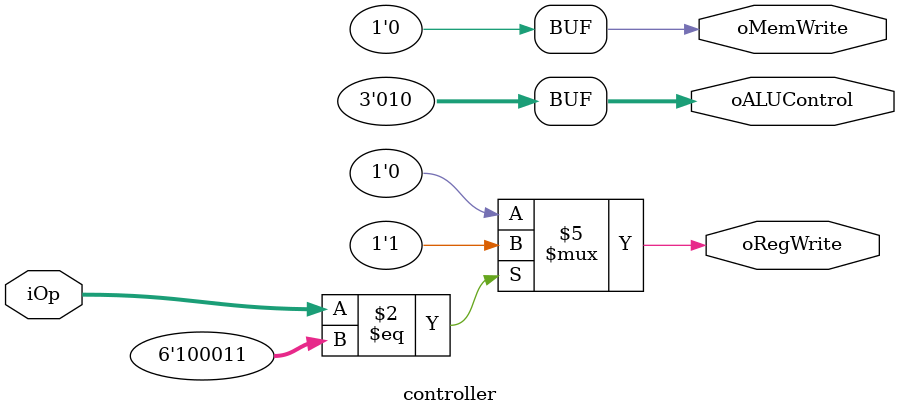
<source format=sv>
module controller(
  input logic [5:0] iOp,
  output logic oRegWrite,
  output logic oMemWrite,
  output logic [2:0] oALUControl
);

  // 초기값
  initial begin
    oALUControl = 3'b010;
  end
  
  // 업데이트
  always_comb begin
    oRegWrite = 0;
    oMemWrite = 0;

    if (iOp == 6'b100011) begin
      oRegWrite = 1;
    end
  end
  
endmodule
</source>
